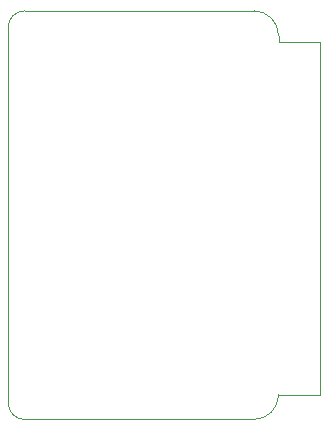
<source format=gbr>
%TF.GenerationSoftware,KiCad,Pcbnew,8.0.5*%
%TF.CreationDate,2024-12-10T05:35:49-08:00*%
%TF.ProjectId,SmartPortAdapter,536d6172-7450-46f7-9274-416461707465,1*%
%TF.SameCoordinates,Original*%
%TF.FileFunction,Profile,NP*%
%FSLAX46Y46*%
G04 Gerber Fmt 4.6, Leading zero omitted, Abs format (unit mm)*
G04 Created by KiCad (PCBNEW 8.0.5) date 2024-12-10 05:35:49*
%MOMM*%
%LPD*%
G01*
G04 APERTURE LIST*
%TA.AperFunction,Profile*%
%ADD10C,0.050000*%
%TD*%
G04 APERTURE END LIST*
D10*
X161900000Y-79500000D02*
X163400000Y-79500000D01*
X163400000Y-79500000D02*
G75*
G02*
X165500000Y-81600000I0J-2100000D01*
G01*
X169000000Y-112000000D02*
X165500000Y-112000000D01*
X165500000Y-82100000D02*
X165500000Y-81600000D01*
X142600000Y-80900000D02*
X142600000Y-112700000D01*
X165500000Y-112000000D02*
G75*
G02*
X163400000Y-114100000I-2100000J0D01*
G01*
X161900000Y-79500000D02*
X144000000Y-79500000D01*
X169000000Y-82100000D02*
X165500000Y-82100000D01*
X144000000Y-114100000D02*
G75*
G02*
X142600000Y-112700000I0J1400000D01*
G01*
X169000000Y-112000000D02*
X169000000Y-82100000D01*
X142600000Y-80900000D02*
G75*
G02*
X144000000Y-79500000I1400000J0D01*
G01*
X144000000Y-114100000D02*
X163400000Y-114100000D01*
M02*

</source>
